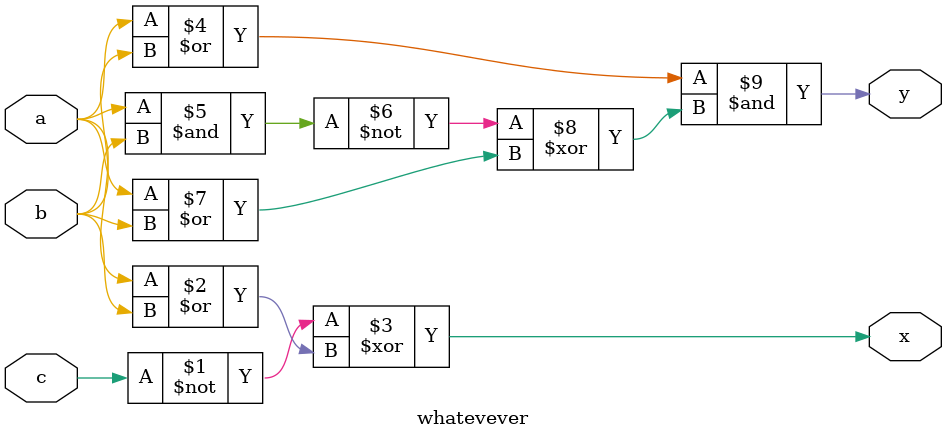
<source format=sv>
`timescale 1ns / 1ps


module whatevever(output x,y,
input  a, b,c

    );
      assign x= ~c^(a|b);
      assign y=(a|b)&(~(a&b)^(a|b));
endmodule

</source>
